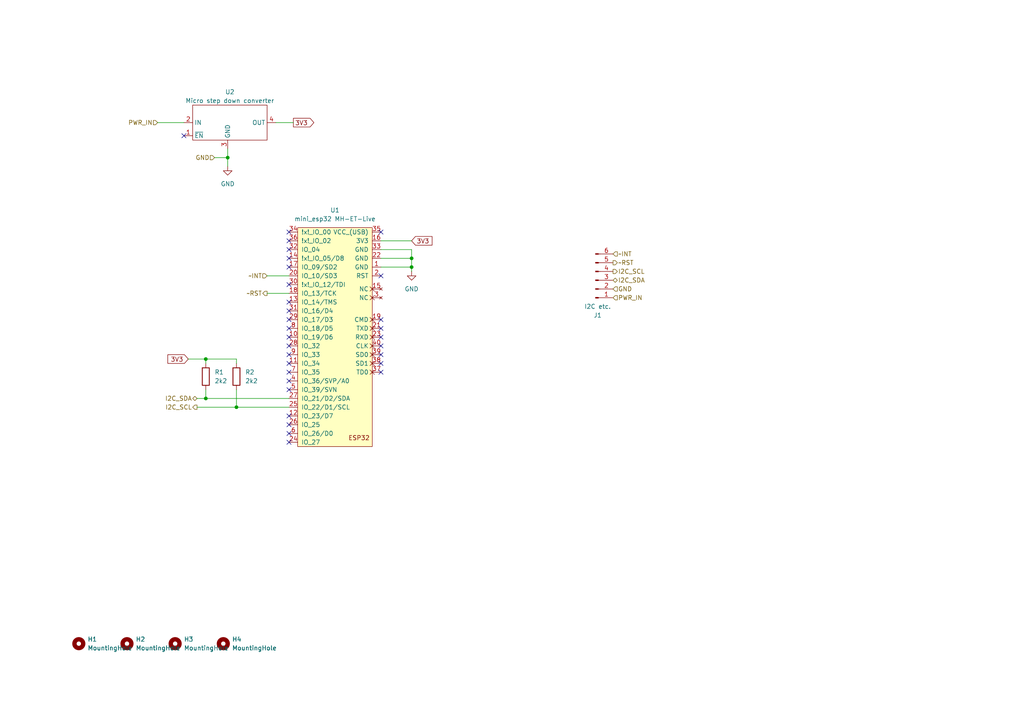
<source format=kicad_sch>
(kicad_sch (version 20231120) (generator "eeschema") (generator_version "8.0")
  (paper "A4")
  (lib_symbols
    (symbol "Connector:Conn_01x06_Pin" (pin_names (offset 1.016) hide)
      (property "Reference" "J" (at 0 7.62 0))
      (property "Value" "Conn_01x06_Pin" (at 0 -10.16 0))
      (symbol "Conn_01x06_Pin_1_1"
        (polyline (pts (xy 1.27 -7.62) (xy 0.8636 -7.62)) (stroke (width 0.1524)))
        (polyline (pts (xy 1.27 -5.08) (xy 0.8636 -5.08)) (stroke (width 0.1524)))
        (polyline (pts (xy 1.27 -2.54) (xy 0.8636 -2.54)) (stroke (width 0.1524)))
        (polyline (pts (xy 1.27 0) (xy 0.8636 0)) (stroke (width 0.1524)))
        (polyline (pts (xy 1.27 2.54) (xy 0.8636 2.54)) (stroke (width 0.1524)))
        (polyline (pts (xy 1.27 5.08) (xy 0.8636 5.08)) (stroke (width 0.1524)))
        (rectangle (start 0.8636 -7.493) (end 0 -7.747) (stroke (width 0.1524)) (fill (type outline)))
        (rectangle (start 0.8636 -4.953) (end 0 -5.207) (stroke (width 0.1524)) (fill (type outline)))
        (rectangle (start 0.8636 -2.413) (end 0 -2.667) (stroke (width 0.1524)) (fill (type outline)))
        (rectangle (start 0.8636 0.127) (end 0 -0.127) (stroke (width 0.1524)) (fill (type outline)))
        (rectangle (start 0.8636 2.667) (end 0 2.413) (stroke (width 0.1524)) (fill (type outline)))
        (rectangle (start 0.8636 5.207) (end 0 4.953) (stroke (width 0.1524)) (fill (type outline)))
        (pin passive line (at 5.08 5.08 180) (length 3.81) (name "Pin_1") (number "1"))
        (pin passive line (at 5.08 2.54 180) (length 3.81) (name "Pin_2") (number "2"))
        (pin passive line (at 5.08 0 180) (length 3.81) (name "Pin_3") (number "3"))
        (pin passive line (at 5.08 -2.54 180) (length 3.81) (name "Pin_4") (number "4"))
        (pin passive line (at 5.08 -5.08 180) (length 3.81) (name "Pin_5") (number "5"))
        (pin passive line (at 5.08 -7.62 180) (length 3.81) (name "Pin_6") (number "6"))
      )
    )
    (symbol "Device:R" (pin_numbers hide) (pin_names (offset 0))
      (property "Reference" "R" (at 2.032 0 90))
      (property "Value" "R" (at 0 0 90))
      (symbol "R_0_1"
        (rectangle (start -1.016 -2.54) (end 1.016 2.54) (stroke (width 0.254)))
      )
      (symbol "R_1_1"
        (pin passive line (at 0 3.81 270) (length 1.27) (name "~") (number "1"))
        (pin passive line (at 0 -3.81 90) (length 1.27) (name "~") (number "2"))
      )
    )
    (symbol "Mechanical:MountingHole" (pin_names (offset 1.016)) (exclude_from_sim yes) (in_bom no)
      (property "Reference" "H" (at 0 5.08 0))
      (property "Value" "MountingHole" (at 0 3.175 0))
      (symbol "MountingHole_0_1"
        (circle (center 0 0) (radius 1.27) (stroke (width 1.27)))
      )
    )
    (symbol "My Modules_MCU:Micro_Stepdown_converter"
      (property "Reference" "U" (at 0 0 0))
      (symbol "Micro_Stepdown_converter_0_1"
        (rectangle (start -16.51 5.08) (end 5.08 -5.08))
      )
      (symbol "Micro_Stepdown_converter_1_1"
        (pin input line (at -19.05 -3.81 0) (length 2.54) (name "~{EN}") (number "1"))
        (pin power_in line (at -19.05 0 0) (length 2.54) (name "IN") (number "2"))
        (pin power_in line (at -6.35 -7.62 90) (length 2.54) (name "GND") (number "3"))
        (pin power_out line (at 7.62 0 180) (length 2.54) (name "OUT") (number "4"))
      )
    )
    (symbol "My Modules_MCU:mini_esp32" (pin_names (offset 1.016))
      (property "Reference" "U" (at -7.62 -50.8 0))
      (property "Value" "mini_esp32 MH-ET-Live" (at 5.08 -59.69 0))
      (symbol "mini_esp32_0_0"
        (text "ESP32" (at 7.62 -62.23 0) (effects (font (size 1.27 1.27))))
        (pin power_in line (at 13.97 -12.7 180) (length 2.54) (name "GND") (number "1"))
        (pin input line (at 13.97 -15.24 180) (length 2.54) (name "RST") (number "2"))
        (pin no_connect non_logic (at 13.97 -21.59 180) (length 2.54) (name "NC") (number "3"))
        (pin bidirectional line (at -12.7 -45.72 0) (length 2.54) (name "IO_36/SVP/A0") (number "4"))
        (pin bidirectional line (at -12.7 -48.26 0) (length 2.54) (name "IO_39/SVN") (number "5"))
      )
      (symbol "mini_esp32_0_1"
        (rectangle (start -10.16 -1.27) (end 11.43 -64.77) (fill (type background)))
      )
      (symbol "mini_esp32_1_1"
        (pin bidirectional line (at -12.7 -33.02 0) (length 2.54) (name "IO_19/D6") (number "10"))
        (pin bidirectional line (at -12.7 -40.64 0) (length 2.54) (name "IO_34") (number "11"))
        (pin bidirectional line (at -12.7 -55.88 0) (length 2.54) (name "IO_23/D7") (number "12"))
        (pin bidirectional line (at -12.7 -22.86 0) (length 2.54) (name "IO_14/TMS") (number "13"))
        (pin bidirectional line (at -12.7 -10.16 0) (length 2.54) (name "!x!_IO_05/D8") (number "14"))
        (pin no_connect non_logic (at 13.97 -19.05 180) (length 2.54) (name "NC") (number "15"))
        (pin power_in line (at 13.97 -5.08 180) (length 2.54) (name "3V3") (number "16"))
        (pin bidirectional line (at -12.7 -12.7 0) (length 2.54) (name "IO_09/SD2") (number "17"))
        (pin bidirectional line (at -12.7 -20.32 0) (length 2.54) (name "IO_13/TCK") (number "18"))
        (pin passive non_logic (at 13.97 -27.94 180) (length 2.54) (name "CMD") (number "19"))
        (pin bidirectional line (at -12.7 -15.24 0) (length 2.54) (name "IO_10/SD3") (number "20"))
        (pin passive non_logic (at 13.97 -30.48 180) (length 2.54) (name "TXD") (number "21"))
        (pin power_in line (at 13.97 -10.16 180) (length 2.54) (name "GND") (number "22"))
        (pin passive non_logic (at 13.97 -33.02 180) (length 2.54) (name "RXD") (number "23"))
        (pin bidirectional line (at -12.7 -63.5 0) (length 2.54) (name "IO_27") (number "24"))
        (pin bidirectional line (at -12.7 -53.34 0) (length 2.54) (name "IO_22/D1/SCL") (number "25"))
        (pin bidirectional line (at -12.7 -58.42 0) (length 2.54) (name "IO_25") (number "26"))
        (pin bidirectional line (at -12.7 -50.8 0) (length 2.54) (name "IO_21/D2/SDA") (number "27"))
        (pin bidirectional line (at -12.7 -35.56 0) (length 2.54) (name "IO_32") (number "28"))
        (pin bidirectional line (at -12.7 -27.94 0) (length 2.54) (name "IO_17/D3") (number "29"))
        (pin bidirectional line (at -12.7 -17.78 0) (length 2.54) (name "!x!_IO_12/TDI") (number "30"))
        (pin bidirectional line (at -12.7 -25.4 0) (length 2.54) (name "IO_16/D4") (number "31"))
        (pin bidirectional line (at -12.7 -7.62 0) (length 2.54) (name "IO_04") (number "32"))
        (pin power_in line (at 13.97 -7.62 180) (length 2.54) (name "GND") (number "33"))
        (pin bidirectional line (at -12.7 -2.54 0) (length 2.54) (name "!x!_IO_00") (number "34"))
        (pin power_in line (at 13.97 -2.54 180) (length 2.54) (name "VCC_(USB)") (number "35"))
        (pin bidirectional line (at -12.7 -5.08 0) (length 2.54) (name "!x!_IO_02") (number "36"))
        (pin passive non_logic (at 13.97 -43.18 180) (length 2.54) (name "TD0") (number "37"))
        (pin passive non_logic (at 13.97 -40.64 180) (length 2.54) (name "SD1") (number "38"))
        (pin passive non_logic (at 13.97 -38.1 180) (length 2.54) (name "SD0") (number "39"))
        (pin passive non_logic (at 13.97 -35.56 180) (length 2.54) (name "CLK") (number "40"))
        (pin bidirectional line (at -12.7 -60.96 0) (length 2.54) (name "IO_26/D0") (number "6"))
        (pin bidirectional line (at -12.7 -43.18 0) (length 2.54) (name "IO_35") (number "7"))
        (pin bidirectional line (at -12.7 -30.48 0) (length 2.54) (name "IO_18/D5") (number "8"))
        (pin bidirectional line (at -12.7 -38.1 0) (length 2.54) (name "IO_33") (number "9"))
      )
    )
    (symbol "power:GND" (power) (pin_numbers hide) (pin_names (offset 0) hide)
      (property "Value" "GND" (at 0 -3.81 0))
      (symbol "GND_0_1"
        (polyline (pts (xy 0 0) (xy 0 -1.27) (xy 1.27 -1.27) (xy 0 -2.54) (xy -1.27 -1.27) (xy 0 -1.27)))
      )
      (symbol "GND_1_1"
        (pin power_in line (at 0 0 270) (length 0) (name "~") (number "1"))
      )
    )
  )
  (junction (at 68.58 118.11))
  (junction (at 66.04 45.72))
  (junction (at 119.38 77.47))
  (junction (at 119.38 74.93))
  (junction (at 59.69 104.14))
  (junction (at 59.69 115.57))
  (no_connect (at 83.82 90.17))
  (no_connect (at 83.82 107.95))
  (no_connect (at 110.49 92.71))
  (no_connect (at 110.49 97.79))
  (no_connect (at 83.82 87.63))
  (no_connect (at 83.82 69.85))
  (no_connect (at 83.82 74.93))
  (no_connect (at 83.82 110.49))
  (no_connect (at 83.82 67.31))
  (no_connect (at 110.49 100.33))
  (no_connect (at 83.82 92.71))
  (no_connect (at 110.49 95.25))
  (no_connect (at 83.82 97.79))
  (no_connect (at 53.34 39.37))
  (no_connect (at 83.82 105.41))
  (no_connect (at 83.82 102.87))
  (no_connect (at 83.82 123.19))
  (no_connect (at 83.82 100.33))
  (no_connect (at 110.49 80.01))
  (no_connect (at 83.82 128.27))
  (no_connect (at 83.82 72.39))
  (no_connect (at 110.49 67.31))
  (no_connect (at 83.82 120.65))
  (no_connect (at 83.82 77.47))
  (no_connect (at 110.49 102.87))
  (no_connect (at 83.82 95.25))
  (no_connect (at 83.82 82.55))
  (no_connect (at 83.82 113.03))
  (no_connect (at 110.49 105.41))
  (no_connect (at 83.82 125.73))
  (no_connect (at 110.49 107.95))
  (wire (pts (xy 59.69 104.14) (xy 68.58 104.14)))
  (wire (pts (xy 59.69 113.03) (xy 59.69 115.57)))
  (wire (pts (xy 68.58 104.14) (xy 68.58 105.41)))
  (wire (pts (xy 66.04 48.26) (xy 66.04 45.72)))
  (wire (pts (xy 59.69 115.57) (xy 83.82 115.57)))
  (wire (pts (xy 45.72 35.56) (xy 53.34 35.56)))
  (wire (pts (xy 77.47 80.01) (xy 83.82 80.01)))
  (wire (pts (xy 110.49 77.47) (xy 119.38 77.47)))
  (wire (pts (xy 57.15 115.57) (xy 59.69 115.57)))
  (wire (pts (xy 68.58 118.11) (xy 83.82 118.11)))
  (wire (pts (xy 119.38 74.93) (xy 119.38 77.47)))
  (wire (pts (xy 59.69 104.14) (xy 59.69 105.41)))
  (wire (pts (xy 83.82 85.09) (xy 77.47 85.09)))
  (wire (pts (xy 85.09 35.56) (xy 80.01 35.56)))
  (wire (pts (xy 119.38 77.47) (xy 119.38 78.74)))
  (wire (pts (xy 68.58 113.03) (xy 68.58 118.11)))
  (wire (pts (xy 66.04 45.72) (xy 66.04 43.18)))
  (wire (pts (xy 110.49 72.39) (xy 119.38 72.39)))
  (wire (pts (xy 110.49 74.93) (xy 119.38 74.93)))
  (wire (pts (xy 110.49 69.85) (xy 119.38 69.85)))
  (wire (pts (xy 54.61 104.14) (xy 59.69 104.14)))
  (wire (pts (xy 62.23 45.72) (xy 66.04 45.72)))
  (wire (pts (xy 57.15 118.11) (xy 68.58 118.11)))
  (wire (pts (xy 119.38 72.39) (xy 119.38 74.93)))
  (global_label "3V3" (shape output) (at 85.09 35.56 0) (property "Intersheetrefs" "${INTERSHEET_REFS}" (effects (hide yes))))
  (global_label "3V3" (shape input) (at 119.38 69.85 0) (property "Intersheetrefs" "${INTERSHEET_REFS}" (effects (hide yes))))
  (global_label "3V3" (shape input) (at 54.61 104.14 180) (property "Intersheetrefs" "${INTERSHEET_REFS}" (effects (hide yes))))
  (hierarchical_label "~INT" (shape input) (at 177.8 73.66 0))
  (hierarchical_label "PWR_IN" (shape input) (at 177.8 86.36 0))
  (hierarchical_label "~RST" (shape output) (at 77.47 85.09 180))
  (hierarchical_label "I2C_SCL" (shape output) (at 57.15 118.11 180))
  (hierarchical_label "~INT" (shape input) (at 77.47 80.01 180))
  (hierarchical_label "GND" (shape input) (at 177.8 83.82 0))
  (hierarchical_label "I2C_SDA" (shape bidirectional) (at 57.15 115.57 180))
  (hierarchical_label "PWR_IN" (shape input) (at 45.72 35.56 180))
  (hierarchical_label "~RST" (shape output) (at 177.8 76.2 0))
  (hierarchical_label "I2C_SCL" (shape output) (at 177.8 78.74 0))
  (hierarchical_label "I2C_SDA" (shape bidirectional) (at 177.8 81.28 0))
  (hierarchical_label "GND" (shape input) (at 62.23 45.72 180))
  (symbol (lib_id "Connector:Conn_01x06_Pin") (at 172.72 81.28 0) (mirror x) (unit 1)
    (property "Reference" "J1" (at 173.355 91.44 0))
    (property "Value" "I2C etc." (at 173.355 88.9 0))
    (property "Footprint" "Connector_JST:JST_XH_B6B-XH-A_1x06_P2.50mm_Vertical" (effects (hide yes)))
    (property "Description" "Generic connector, single row, 01x06, script generated" (effects (hide yes)))
  )
  (symbol (lib_id "Mechanical:MountingHole") (at 22.86 186.69 0) (unit 1) (exclude_from_sim yes) (in_bom no)
    (property "Reference" "H1" (at 25.4 185.4199 0) (effects (justify left)))
    (property "Value" "MountingHole" (at 25.4 187.9599 0) (effects (justify left)))
    (property "Footprint" "MountingHole:MountingHole_3.2mm_M3" (effects (hide yes)))
    (property "Description" "Mounting Hole without connection" (effects (hide yes)))
    (property "Bought" "onboard" (effects (hide yes)))
  )
  (symbol (lib_id "Device:R") (at 59.69 109.22 0) (unit 1)
    (property "Reference" "R1" (at 62.23 107.9499 0) (effects (justify left)))
    (property "Value" "2k2" (at 62.23 110.4899 0) (effects (justify left)))
    (property "Footprint" "Resistor_SMD:R_0805_2012Metric" (effects (hide yes)))
    (property "Description" "Resistor" (effects (hide yes)))
  )
  (symbol (lib_id "My Modules_MCU:Micro_Stepdown_converter") (at 72.39 35.56 0) (unit 1)
    (property "Reference" "U2" (at 66.675 26.67 0))
    (property "Value" "Micro step down converter" (at 66.675 29.21 0))
    (property "Footprint" "Modules_MCU:Micro stepdown converter" (effects (hide yes)))
  )
  (symbol (lib_id "Mechanical:MountingHole") (at 64.77 186.69 0) (unit 1) (exclude_from_sim yes) (in_bom no)
    (property "Reference" "H4" (at 67.31 185.4199 0) (effects (justify left)))
    (property "Value" "MountingHole" (at 67.31 187.9599 0) (effects (justify left)))
    (property "Footprint" "MountingHole:MountingHole_3.2mm_M3" (effects (hide yes)))
    (property "Description" "Mounting Hole without connection" (effects (hide yes)))
    (property "Bought" "onboard" (effects (hide yes)))
  )
  (symbol (lib_id "Mechanical:MountingHole") (at 36.83 186.69 0) (unit 1) (exclude_from_sim yes) (in_bom no)
    (property "Reference" "H2" (at 39.37 185.4199 0) (effects (justify left)))
    (property "Value" "MountingHole" (at 39.37 187.9599 0) (effects (justify left)))
    (property "Footprint" "MountingHole:MountingHole_3.2mm_M3" (effects (hide yes)))
    (property "Description" "Mounting Hole without connection" (effects (hide yes)))
    (property "Bought" "onboard" (effects (hide yes)))
  )
  (symbol (lib_id "Device:R") (at 68.58 109.22 0) (unit 1)
    (property "Reference" "R2" (at 71.12 107.9499 0) (effects (justify left)))
    (property "Value" "2k2" (at 71.12 110.4899 0) (effects (justify left)))
    (property "Footprint" "Resistor_SMD:R_0805_2012Metric" (effects (hide yes)))
    (property "Description" "Resistor" (effects (hide yes)))
  )
  (symbol (lib_id "power:GND") (at 66.04 48.26 0) (unit 1)
    (property "Reference" "#PWR01" (effects (hide yes)))
    (property "Value" "GND" (at 66.04 53.34 0))
    (property "Description" "Power symbol creates a global label with name \"GND\" , ground" (effects (hide yes)))
  )
  (symbol (lib_id "My Modules_MCU:mini_esp32") (at 96.52 64.77 0) (unit 1)
    (property "Reference" "U1" (at 97.155 60.96 0))
    (property "Value" "mini_esp32 MH-ET-Live" (at 97.155 63.5 0))
    (property "Footprint" "Modules_MCU:ESP32_mini MH-ET-LIVE" (effects (hide yes)))
  )
  (symbol (lib_id "power:GND") (at 119.38 78.74 0) (unit 1)
    (property "Reference" "#PWR023" (effects (hide yes)))
    (property "Value" "GND" (at 119.38 83.82 0))
    (property "Description" "Power symbol creates a global label with name \"GND\" , ground" (effects (hide yes)))
  )
  (symbol (lib_id "Mechanical:MountingHole") (at 50.8 186.69 0) (unit 1) (exclude_from_sim yes) (in_bom no)
    (property "Reference" "H3" (at 53.34 185.4199 0) (effects (justify left)))
    (property "Value" "MountingHole" (at 53.34 187.9599 0) (effects (justify left)))
    (property "Footprint" "MountingHole:MountingHole_3.2mm_M3" (effects (hide yes)))
    (property "Description" "Mounting Hole without connection" (effects (hide yes)))
    (property "Bought" "onboard" (effects (hide yes)))
  )
)
</source>
